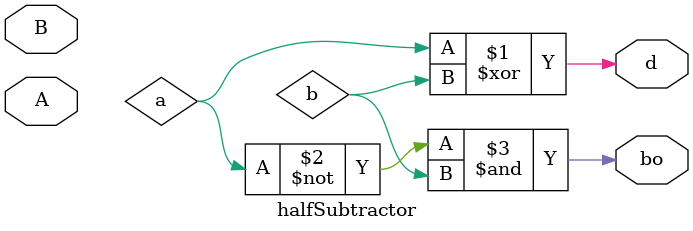
<source format=v>
module halfSubtractor(A,B,d,bo);

	input A,B;
	output d,bo;
	xor a1(d,a,b);
	and a2(bo,~a,b);

endmodule
</source>
